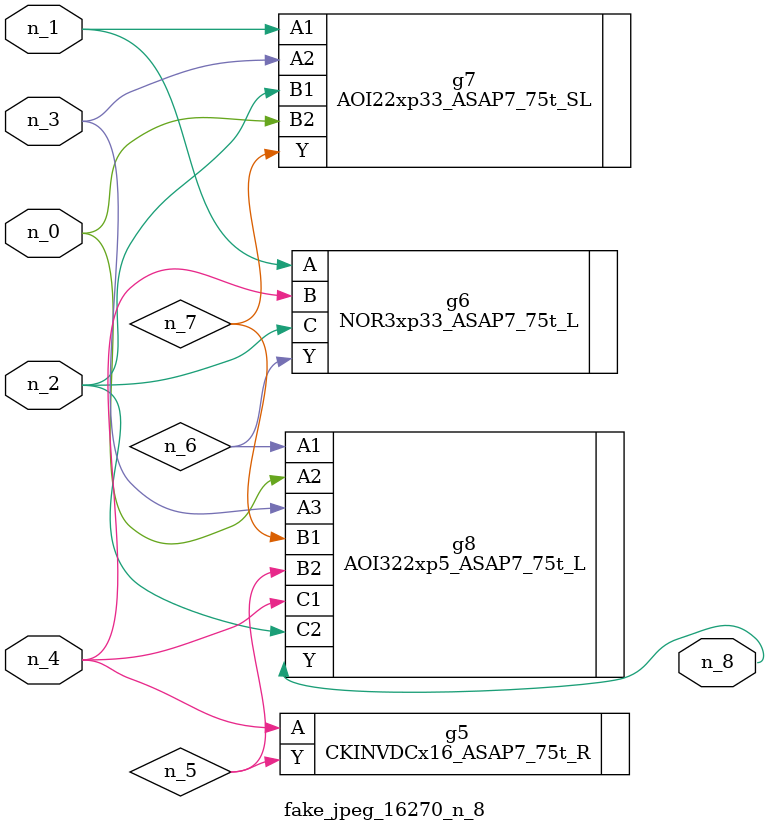
<source format=v>
module fake_jpeg_16270_n_8 (n_3, n_2, n_1, n_0, n_4, n_8);

input n_3;
input n_2;
input n_1;
input n_0;
input n_4;

output n_8;

wire n_6;
wire n_5;
wire n_7;

CKINVDCx16_ASAP7_75t_R g5 ( 
.A(n_4),
.Y(n_5)
);

NOR3xp33_ASAP7_75t_L g6 ( 
.A(n_1),
.B(n_4),
.C(n_2),
.Y(n_6)
);

AOI22xp33_ASAP7_75t_SL g7 ( 
.A1(n_1),
.A2(n_3),
.B1(n_2),
.B2(n_0),
.Y(n_7)
);

AOI322xp5_ASAP7_75t_L g8 ( 
.A1(n_6),
.A2(n_0),
.A3(n_3),
.B1(n_7),
.B2(n_5),
.C1(n_4),
.C2(n_2),
.Y(n_8)
);


endmodule
</source>
